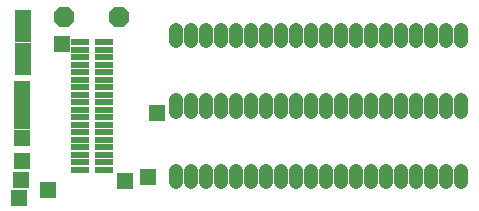
<source format=gts>
G75*
%MOIN*%
%OFA0B0*%
%FSLAX25Y25*%
%IPPOS*%
%LPD*%
%AMOC8*
5,1,8,0,0,1.08239X$1,22.5*
%
%ADD10R,0.05984X0.02484*%
%ADD11C,0.04795*%
%ADD12OC8,0.06984*%
%ADD13R,0.05346X0.05346*%
D10*
X0028312Y0019920D03*
X0028312Y0022420D03*
X0028312Y0024920D03*
X0028312Y0027420D03*
X0028312Y0029920D03*
X0028312Y0032420D03*
X0028312Y0034920D03*
X0028312Y0037420D03*
X0028312Y0039920D03*
X0028312Y0042420D03*
X0028312Y0044920D03*
X0028312Y0047420D03*
X0028312Y0049920D03*
X0028312Y0052420D03*
X0028312Y0054920D03*
X0028312Y0057420D03*
X0028312Y0059920D03*
X0028312Y0062420D03*
X0036312Y0062420D03*
X0036312Y0059920D03*
X0036312Y0057420D03*
X0036312Y0054920D03*
X0036312Y0052420D03*
X0036312Y0049920D03*
X0036312Y0047420D03*
X0036312Y0044920D03*
X0036312Y0042420D03*
X0036312Y0039920D03*
X0036312Y0037420D03*
X0036312Y0034920D03*
X0036312Y0032420D03*
X0036312Y0029920D03*
X0036312Y0027420D03*
X0036312Y0024920D03*
X0036312Y0022420D03*
X0036312Y0019920D03*
D11*
X0060146Y0019454D02*
X0060146Y0015643D01*
X0065146Y0015643D02*
X0065146Y0019454D01*
X0070146Y0019454D02*
X0070146Y0015643D01*
X0075146Y0015643D02*
X0075146Y0019454D01*
X0080146Y0019454D02*
X0080146Y0015643D01*
X0085146Y0015643D02*
X0085146Y0019454D01*
X0090146Y0019454D02*
X0090146Y0015643D01*
X0095146Y0015643D02*
X0095146Y0019454D01*
X0100146Y0019454D02*
X0100146Y0015643D01*
X0105146Y0015643D02*
X0105146Y0019454D01*
X0110146Y0019454D02*
X0110146Y0015643D01*
X0115146Y0015643D02*
X0115146Y0019454D01*
X0120146Y0019454D02*
X0120146Y0015643D01*
X0125146Y0015643D02*
X0125146Y0019454D01*
X0130146Y0019454D02*
X0130146Y0015643D01*
X0135146Y0015643D02*
X0135146Y0019454D01*
X0140146Y0019454D02*
X0140146Y0015643D01*
X0145146Y0015643D02*
X0145146Y0019454D01*
X0150146Y0019454D02*
X0150146Y0015643D01*
X0155146Y0015643D02*
X0155146Y0019454D01*
X0155146Y0039143D02*
X0155146Y0042954D01*
X0150146Y0042954D02*
X0150146Y0039143D01*
X0145146Y0039143D02*
X0145146Y0042954D01*
X0140146Y0042954D02*
X0140146Y0039143D01*
X0135146Y0039143D02*
X0135146Y0042954D01*
X0130146Y0042954D02*
X0130146Y0039143D01*
X0125146Y0039143D02*
X0125146Y0042954D01*
X0120146Y0042954D02*
X0120146Y0039143D01*
X0115146Y0039143D02*
X0115146Y0042954D01*
X0110146Y0042954D02*
X0110146Y0039143D01*
X0105146Y0039143D02*
X0105146Y0042954D01*
X0100146Y0042954D02*
X0100146Y0039143D01*
X0095146Y0039143D02*
X0095146Y0042954D01*
X0090146Y0042954D02*
X0090146Y0039143D01*
X0085146Y0039143D02*
X0085146Y0042954D01*
X0080146Y0042954D02*
X0080146Y0039143D01*
X0075146Y0039143D02*
X0075146Y0042954D01*
X0070146Y0042954D02*
X0070146Y0039143D01*
X0065146Y0039143D02*
X0065146Y0042954D01*
X0060146Y0042954D02*
X0060146Y0039143D01*
X0060146Y0062643D02*
X0060146Y0066454D01*
X0065146Y0066454D02*
X0065146Y0062643D01*
X0070146Y0062643D02*
X0070146Y0066454D01*
X0075146Y0066454D02*
X0075146Y0062643D01*
X0080146Y0062643D02*
X0080146Y0066454D01*
X0085146Y0066454D02*
X0085146Y0062643D01*
X0090146Y0062643D02*
X0090146Y0066454D01*
X0095146Y0066454D02*
X0095146Y0062643D01*
X0100146Y0062643D02*
X0100146Y0066454D01*
X0105146Y0066454D02*
X0105146Y0062643D01*
X0110146Y0062643D02*
X0110146Y0066454D01*
X0115146Y0066454D02*
X0115146Y0062643D01*
X0120146Y0062643D02*
X0120146Y0066454D01*
X0125146Y0066454D02*
X0125146Y0062643D01*
X0130146Y0062643D02*
X0130146Y0066454D01*
X0135146Y0066454D02*
X0135146Y0062643D01*
X0140146Y0062643D02*
X0140146Y0066454D01*
X0145146Y0066454D02*
X0145146Y0062643D01*
X0150146Y0062643D02*
X0150146Y0066454D01*
X0155146Y0066454D02*
X0155146Y0062643D01*
D12*
X0041170Y0070894D03*
X0023060Y0070698D03*
D13*
X0008099Y0010461D03*
X0017548Y0013217D03*
X0008493Y0016564D03*
X0008887Y0022666D03*
X0008887Y0030540D03*
X0009083Y0036052D03*
X0008887Y0041367D03*
X0008887Y0046879D03*
X0009280Y0054162D03*
X0009280Y0059477D03*
X0009280Y0064989D03*
X0009280Y0070501D03*
X0022272Y0061839D03*
X0053965Y0038709D03*
X0051013Y0017548D03*
X0043139Y0015973D03*
M02*

</source>
